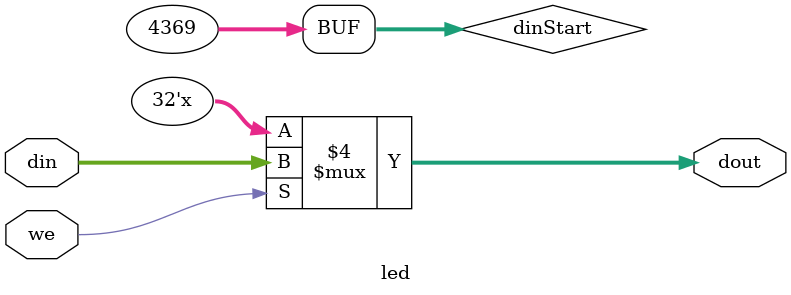
<source format=v>
module led (we, din, dout);
    input we;
    input [31:0] din;
    output reg [31:0] dout;

    reg [31:0] dinStart;

    initial begin
        dinStart = 32'h0000_1111;
        dout = 32'h0000_1111;
    end

    always @(*) begin
        if(we) dout = din;
    end
endmodule

</source>
